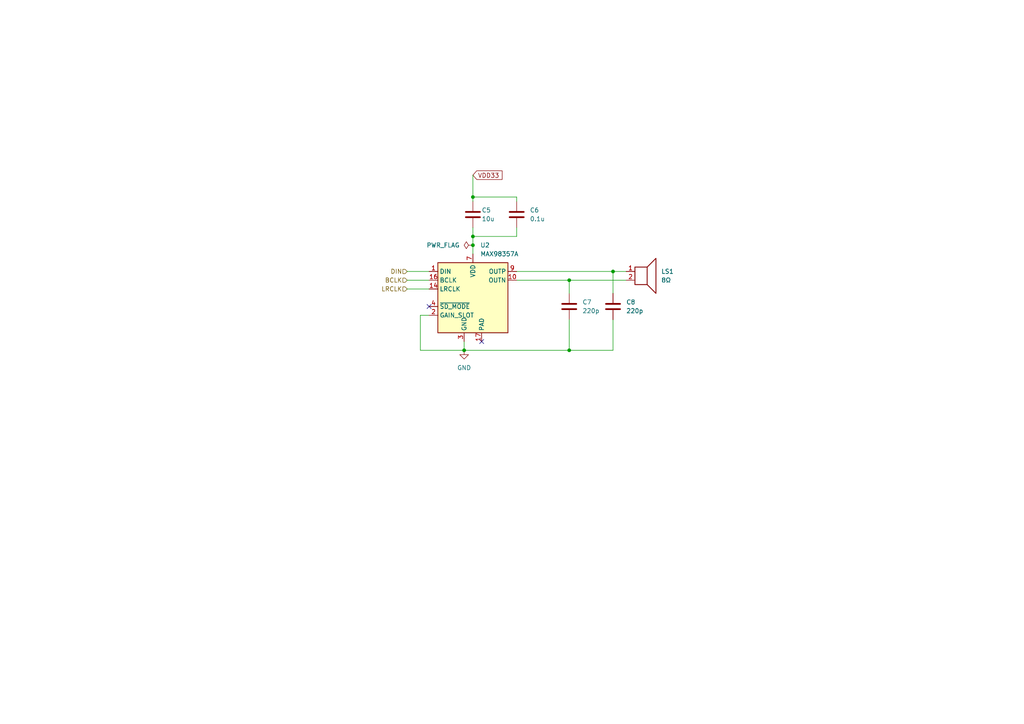
<source format=kicad_sch>
(kicad_sch (version 20250114) (generator "eeschema") (generator_version "9.0")
  (paper "A4")
  (title_block (title "Amplifier Module") (date "2025-07-22") (rev "1.0") (company "C.Boerner"))
  (lib_symbols
    (symbol "Audio:MAX98357A"
      (property "Reference" "U" (at -8.89 11.43 0))
      (property "Value" "MAX98357A" (at 10.16 11.43 0))
      (symbol "MAX98357A_1_1"
        (rectangle (start -10.16 10.16) (end 10.16 -10.16) (stroke (width 0.254)) (fill (type background)))
        (pin input line (at -12.7 7.62 0) (length 2.54) (name "DIN") (number "1"))
        (pin input line (at -12.7 5.08 0) (length 2.54) (name "BCLK") (number "16"))
        (pin input line (at -12.7 2.54 0) (length 2.54) (name "LRCLK") (number "14"))
        (pin input line (at -12.7 -2.54 0) (length 2.54) (name "~{SD_MODE}") (number "4"))
        (pin passive line (at -12.7 -5.08 0) (length 2.54) (name "GAIN_SLOT") (number "2"))
        (pin passive line (at -2.54 -12.7 90) (length 2.54) (hide yes) (name "GND") (number "11"))
        (pin passive line (at -2.54 -12.7 90) (length 2.54) (hide yes) (name "GND") (number "15"))
        (pin power_in line (at -2.54 -12.7 90) (length 2.54) (name "GND") (number "3"))
        (pin power_in line (at 0 12.7 270) (length 2.54) (name "VDD") (number "7"))
        (pin passive line (at 0 12.7 270) (length 2.54) (hide yes) (name "VDD") (number "8"))
        (pin unspecified line (at 2.54 -12.7 90) (length 2.54) (name "PAD") (number "17"))
        (pin no_connect line (at 10.16 2.54 180) (length 2.54) (hide yes) (name "NC") (number "5"))
        (pin no_connect line (at 10.16 0 180) (length 2.54) (hide yes) (name "NC") (number "6"))
        (pin no_connect line (at 10.16 -5.08 180) (length 2.54) (hide yes) (name "NC") (number "12"))
        (pin no_connect line (at 10.16 -7.62 180) (length 2.54) (hide yes) (name "NC") (number "13"))
        (pin output line (at 12.7 7.62 180) (length 2.54) (name "OUTP") (number "9"))
        (pin output line (at 12.7 5.08 180) (length 2.54) (name "OUTN") (number "10"))
      )
    )
    (symbol "Device:C" (pin_numbers (hide yes)) (pin_names (offset 0.254))
      (property "Reference" "C" (at 0.635 2.54 0))
      (property "Value" "C" (at 0.635 -2.54 0))
      (symbol "C_0_1"
        (polyline (pts (xy -2.032 0.762) (xy 2.032 0.762)) (stroke (width 0.508)))
        (polyline (pts (xy -2.032 -0.762) (xy 2.032 -0.762)) (stroke (width 0.508)))
      )
      (symbol "C_1_1"
        (pin passive line (at 0 3.81 270) (length 2.794) (name "~") (number "1"))
        (pin passive line (at 0 -3.81 90) (length 2.794) (name "~") (number "2"))
      )
    )
    (symbol "Device:Speaker" (pin_names (offset 0) (hide yes))
      (property "Reference" "LS" (at 1.27 5.715 0))
      (property "Value" "Speaker" (at 1.27 3.81 0))
      (symbol "Speaker_0_0"
        (rectangle (start -2.54 1.27) (end 1.016 -3.81) (stroke (width 0.254)))
        (polyline (pts (xy 1.016 1.27) (xy 3.556 3.81) (xy 3.556 -6.35) (xy 1.016 -3.81)) (stroke (width 0.254)))
      )
      (symbol "Speaker_1_1"
        (pin input line (at -5.08 0 0) (length 2.54) (name "1") (number "1"))
        (pin input line (at -5.08 -2.54 0) (length 2.54) (name "2") (number "2"))
      )
    )
    (symbol "power:GND" (power) (pin_numbers (hide yes)) (pin_names (offset 0) (hide yes))
      (property "Value" "GND" (at 0 -3.81 0))
      (symbol "GND_0_1"
        (polyline (pts (xy 0 0) (xy 0 -1.27) (xy 1.27 -1.27) (xy 0 -2.54) (xy -1.27 -1.27) (xy 0 -1.27)))
      )
      (symbol "GND_1_1"
        (pin power_in line (at 0 0 270) (length 0) (name "~") (number "1"))
      )
    )
    (symbol "power:PWR_FLAG" (power) (pin_numbers (hide yes)) (pin_names (offset 0) (hide yes))
      (property "Value" "PWR_FLAG" (at 0 3.81 0))
      (symbol "PWR_FLAG_0_0"
        (pin power_out line (at 0 0 90) (length 0) (name "~") (number "1"))
      )
      (symbol "PWR_FLAG_0_1"
        (polyline (pts (xy 0 0) (xy 0 1.27) (xy -1.016 1.905) (xy 0 2.54) (xy 1.016 1.905) (xy 0 1.27)))
      )
    )
  )
  (junction (at 165.1 81.28))
  (junction (at 137.16 68.58))
  (junction (at 137.16 71.12))
  (junction (at 177.8 78.74))
  (junction (at 165.1 101.6))
  (junction (at 134.62 101.6))
  (junction (at 137.16 57.15))
  (no_connect (at 139.7 99.06))
  (no_connect (at 124.46 88.9))
  (wire (pts (xy 165.1 92.71) (xy 165.1 101.6)))
  (wire (pts (xy 137.16 50.8) (xy 137.16 57.15)))
  (wire (pts (xy 137.16 71.12) (xy 137.16 68.58)))
  (wire (pts (xy 165.1 81.28) (xy 181.61 81.28)))
  (wire (pts (xy 149.86 78.74) (xy 177.8 78.74)))
  (wire (pts (xy 137.16 57.15) (xy 149.86 57.15)))
  (wire (pts (xy 165.1 101.6) (xy 177.8 101.6)))
  (wire (pts (xy 121.92 101.6) (xy 134.62 101.6)))
  (wire (pts (xy 177.8 92.71) (xy 177.8 101.6)))
  (wire (pts (xy 165.1 101.6) (xy 134.62 101.6)))
  (wire (pts (xy 124.46 91.44) (xy 121.92 91.44)))
  (wire (pts (xy 149.86 81.28) (xy 165.1 81.28)))
  (wire (pts (xy 118.11 83.82) (xy 124.46 83.82)))
  (wire (pts (xy 149.86 57.15) (xy 149.86 58.42)))
  (wire (pts (xy 137.16 66.04) (xy 137.16 68.58)))
  (wire (pts (xy 118.11 78.74) (xy 124.46 78.74)))
  (wire (pts (xy 149.86 68.58) (xy 149.86 66.04)))
  (wire (pts (xy 137.16 73.66) (xy 137.16 71.12)))
  (wire (pts (xy 137.16 57.15) (xy 137.16 58.42)))
  (wire (pts (xy 177.8 78.74) (xy 177.8 85.09)))
  (wire (pts (xy 134.62 99.06) (xy 134.62 101.6)))
  (wire (pts (xy 165.1 81.28) (xy 165.1 85.09)))
  (wire (pts (xy 177.8 78.74) (xy 181.61 78.74)))
  (wire (pts (xy 118.11 81.28) (xy 124.46 81.28)))
  (wire (pts (xy 137.16 68.58) (xy 149.86 68.58)))
  (wire (pts (xy 121.92 91.44) (xy 121.92 101.6)))
  (global_label "VDD33" (shape input) (at 137.16 50.8 0) (property "Intersheetrefs" "${INTERSHEET_REFS}" (effects (hide yes))))
  (hierarchical_label "BCLK" (shape input) (at 118.11 81.28 180))
  (hierarchical_label "DIN" (shape input) (at 118.11 78.74 180))
  (hierarchical_label "LRCLK" (shape input) (at 118.11 83.82 180))
  (symbol (lib_id "Device:C") (at 165.1 88.9 0) (unit 1)
    (property "Reference" "C7" (at 168.91 87.6299 0) (effects (justify left)))
    (property "Value" "220p" (at 168.91 90.1699 0) (effects (justify left)))
    (property "Description" "Unpolarized capacitor" (effects (hide yes)))
  )
  (symbol (lib_id "Device:Speaker") (at 186.69 78.74 0) (unit 1)
    (property "Reference" "LS1" (at 191.77 78.7399 0) (effects (justify left)))
    (property "Value" "8Ω" (at 191.77 81.2799 0) (effects (justify left)))
    (property "Description" "Speaker" (effects (hide yes)))
  )
  (symbol (lib_id "Device:C") (at 177.8 88.9 0) (unit 1)
    (property "Reference" "C8" (at 181.61 87.6299 0) (effects (justify left)))
    (property "Value" "220p" (at 181.61 90.1699 0) (effects (justify left)))
    (property "Description" "Unpolarized capacitor" (effects (hide yes)))
  )
  (symbol (lib_id "power:PWR_FLAG") (at 137.16 71.12 90) (unit 1)
    (property "Reference" "#FLG02" (effects (hide yes)))
    (property "Value" "PWR_FLAG" (at 133.35 71.1199 90) (effects (justify left)))
    (property "Description" "Special symbol for telling ERC where power comes from" (effects (hide yes)))
  )
  (symbol (lib_id "Device:C") (at 137.16 62.23 0) (unit 1)
    (property "Reference" "C5" (at 139.7 60.96 0) (effects (justify left)))
    (property "Value" "10u" (at 139.7 63.5 0) (effects (justify left)))
    (property "Description" "Unpolarized capacitor" (effects (hide yes)))
  )
  (symbol (lib_id "power:GND") (at 134.62 101.6 0) (unit 1)
    (property "Reference" "#PWR02" (effects (hide yes)))
    (property "Value" "GND" (at 134.62 106.68 0))
    (property "Description" "Power symbol creates a global label with name \"GND\" , ground" (effects (hide yes)))
  )
  (symbol (lib_id "Audio:MAX98357A") (at 137.16 86.36 0) (unit 1)
    (property "Reference" "U2" (at 139.3033 71.12 0) (effects (justify left)))
    (property "Value" "MAX98357A" (at 139.3033 73.66 0) (effects (justify left)))
    (property "Footprint" "Package_DFN_QFN:TQFN-16-1EP_3x3mm_P0.5mm_EP1.23x1.23mm" (effects (hide yes)))
    (property "Datasheet" "https://www.analog.com/media/en/technical-documentation/data-sheets/MAX98357A-MAX98357B.pdf" (effects (hide yes)))
    (property "Description" "Mono DAC with amplifier, I2S, PCM, TDM, 32-bit, 96khz, 3.2W, TQFP-16" (effects (hide yes)))
  )
  (symbol (lib_id "Device:C") (at 149.86 62.23 0) (unit 1)
    (property "Reference" "C6" (at 153.67 60.9599 0) (effects (justify left)))
    (property "Value" "0.1u" (at 153.67 63.4999 0) (effects (justify left)))
    (property "Description" "Unpolarized capacitor" (effects (hide yes)))
  )
)
</source>
